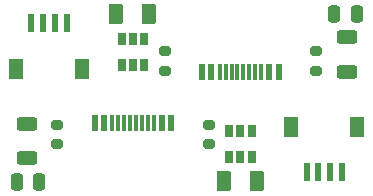
<source format=gbr>
%TF.GenerationSoftware,KiCad,Pcbnew,5.99.0-unknown-43523df843~131~ubuntu21.10.1*%
%TF.CreationDate,2021-08-03T15:32:11+01:00*%
%TF.ProjectId,dboard_panelized,64626f61-7264-45f7-9061-6e656c697a65,rev?*%
%TF.SameCoordinates,Original*%
%TF.FileFunction,Paste,Top*%
%TF.FilePolarity,Positive*%
%FSLAX46Y46*%
G04 Gerber Fmt 4.6, Leading zero omitted, Abs format (unit mm)*
G04 Created by KiCad (PCBNEW 5.99.0-unknown-43523df843~131~ubuntu21.10.1) date 2021-08-03 15:32:11*
%MOMM*%
%LPD*%
G01*
G04 APERTURE LIST*
G04 Aperture macros list*
%AMRoundRect*
0 Rectangle with rounded corners*
0 $1 Rounding radius*
0 $2 $3 $4 $5 $6 $7 $8 $9 X,Y pos of 4 corners*
0 Add a 4 corners polygon primitive as box body*
4,1,4,$2,$3,$4,$5,$6,$7,$8,$9,$2,$3,0*
0 Add four circle primitives for the rounded corners*
1,1,$1+$1,$2,$3*
1,1,$1+$1,$4,$5*
1,1,$1+$1,$6,$7*
1,1,$1+$1,$8,$9*
0 Add four rect primitives between the rounded corners*
20,1,$1+$1,$2,$3,$4,$5,0*
20,1,$1+$1,$4,$5,$6,$7,0*
20,1,$1+$1,$6,$7,$8,$9,0*
20,1,$1+$1,$8,$9,$2,$3,0*%
G04 Aperture macros list end*
%ADD10RoundRect,0.200000X0.275000X-0.200000X0.275000X0.200000X-0.275000X0.200000X-0.275000X-0.200000X0*%
%ADD11RoundRect,0.250000X0.250000X0.475000X-0.250000X0.475000X-0.250000X-0.475000X0.250000X-0.475000X0*%
%ADD12RoundRect,0.250000X0.375000X0.625000X-0.375000X0.625000X-0.375000X-0.625000X0.375000X-0.625000X0*%
%ADD13R,0.650000X1.060000*%
%ADD14R,1.200000X1.800000*%
%ADD15R,0.600000X1.550000*%
%ADD16RoundRect,0.250000X0.625000X-0.312500X0.625000X0.312500X-0.625000X0.312500X-0.625000X-0.312500X0*%
%ADD17RoundRect,0.250000X-0.625000X0.312500X-0.625000X-0.312500X0.625000X-0.312500X0.625000X0.312500X0*%
%ADD18RoundRect,0.200000X-0.275000X0.200000X-0.275000X-0.200000X0.275000X-0.200000X0.275000X0.200000X0*%
%ADD19RoundRect,0.250000X-0.250000X-0.475000X0.250000X-0.475000X0.250000X0.475000X-0.250000X0.475000X0*%
%ADD20R,0.600000X1.450000*%
%ADD21R,0.300000X1.450000*%
%ADD22RoundRect,0.250000X-0.375000X-0.625000X0.375000X-0.625000X0.375000X0.625000X-0.375000X0.625000X0*%
G04 APERTURE END LIST*
D10*
%TO.C,R1*%
X54000000Y-32025000D03*
X54000000Y-30375000D03*
%TD*%
D11*
%TO.C,C1*%
X57450000Y-27200000D03*
X55550000Y-27200000D03*
%TD*%
D12*
%TO.C,F1*%
X49000001Y-41349999D03*
X46200001Y-41349999D03*
%TD*%
D13*
%TO.C,U1*%
X46650002Y-39300000D03*
X47600002Y-39300000D03*
X48550002Y-39300000D03*
X48550002Y-37100000D03*
X47600002Y-37100000D03*
X46650002Y-37100000D03*
%TD*%
%TO.C,U1*%
X39450000Y-29300000D03*
X38500000Y-29300000D03*
X37550000Y-29300000D03*
X37550000Y-31500000D03*
X38500000Y-31500000D03*
X39450000Y-31500000D03*
%TD*%
D14*
%TO.C,J1*%
X28600000Y-31850000D03*
X34200000Y-31850000D03*
D15*
X29900000Y-27975000D03*
X30900000Y-27975000D03*
X31900000Y-27975000D03*
X32900000Y-27975000D03*
%TD*%
D16*
%TO.C,R3*%
X29500001Y-39412500D03*
X29500001Y-36487500D03*
%TD*%
D14*
%TO.C,J1*%
X57500000Y-36749999D03*
X51900000Y-36749999D03*
D15*
X56200000Y-40624999D03*
X55200000Y-40624999D03*
X54200000Y-40624999D03*
X53200000Y-40624999D03*
%TD*%
D17*
%TO.C,R3*%
X56600000Y-29187500D03*
X56600000Y-32112500D03*
%TD*%
D18*
%TO.C,R1*%
X32100000Y-36575001D03*
X32100000Y-38225001D03*
%TD*%
D19*
%TO.C,C1*%
X28650002Y-41400001D03*
X30550002Y-41400001D03*
%TD*%
D10*
%TO.C,R2*%
X41200000Y-32025000D03*
X41200000Y-30375000D03*
%TD*%
D18*
%TO.C,R2*%
X44900000Y-36575001D03*
X44900000Y-38225001D03*
%TD*%
D20*
%TO.C,J2*%
X50850000Y-32135000D03*
X50050000Y-32135000D03*
D21*
X48850000Y-32135000D03*
X47850000Y-32135000D03*
X47350000Y-32135000D03*
X46350000Y-32135000D03*
D20*
X45150000Y-32135000D03*
X44350000Y-32135000D03*
X44350000Y-32135000D03*
X45150000Y-32135000D03*
D21*
X45850000Y-32135000D03*
X46850000Y-32135000D03*
X48350000Y-32135000D03*
X49350000Y-32135000D03*
D20*
X50050000Y-32135000D03*
X50850000Y-32135000D03*
%TD*%
D22*
%TO.C,F1*%
X37100000Y-27250000D03*
X39900000Y-27250000D03*
%TD*%
D20*
%TO.C,J2*%
X35250002Y-36465000D03*
X36050002Y-36465000D03*
D21*
X37250002Y-36465000D03*
X38250002Y-36465000D03*
X38750002Y-36465000D03*
X39750002Y-36465000D03*
D20*
X40950002Y-36465000D03*
X41750002Y-36465000D03*
X41750002Y-36465000D03*
X40950002Y-36465000D03*
D21*
X40250002Y-36465000D03*
X39250002Y-36465000D03*
X37750002Y-36465000D03*
X36750002Y-36465000D03*
D20*
X36050002Y-36465000D03*
X35250002Y-36465000D03*
%TD*%
M02*

</source>
